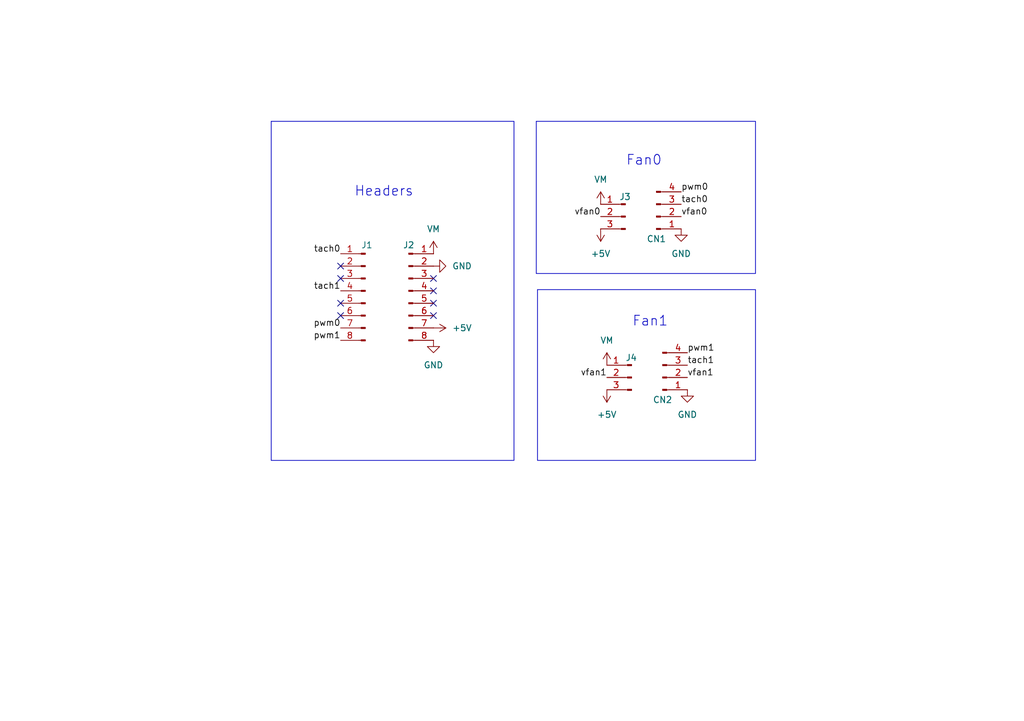
<source format=kicad_sch>
(kicad_sch (version 20231120) (generator "eeschema") (generator_version "8.0")
  (paper "A5")
  (title_block (title "TMtua") (date "2024-08-22") (rev "0.1"))
  (lib_symbols
    (symbol "Connector:Conn_01x03_Pin" (pin_names (offset 1.016) hide)
      (property "Reference" "J" (at 0 5.08 0))
      (property "Value" "Conn_01x03_Pin" (at 0 -5.08 0))
      (symbol "Conn_01x03_Pin_1_1"
        (polyline (pts (xy 1.27 -2.54) (xy 0.8636 -2.54)) (stroke (width 0.1524)))
        (polyline (pts (xy 1.27 0) (xy 0.8636 0)) (stroke (width 0.1524)))
        (polyline (pts (xy 1.27 2.54) (xy 0.8636 2.54)) (stroke (width 0.1524)))
        (rectangle (start 0.8636 -2.413) (end 0 -2.667) (stroke (width 0.1524)) (fill (type outline)))
        (rectangle (start 0.8636 0.127) (end 0 -0.127) (stroke (width 0.1524)) (fill (type outline)))
        (rectangle (start 0.8636 2.667) (end 0 2.413) (stroke (width 0.1524)) (fill (type outline)))
        (pin passive line (at 5.08 2.54 180) (length 3.81) (name "Pin_1") (number "1"))
        (pin passive line (at 5.08 0 180) (length 3.81) (name "Pin_2") (number "2"))
        (pin passive line (at 5.08 -2.54 180) (length 3.81) (name "Pin_3") (number "3"))
      )
    )
    (symbol "Connector:Conn_01x04_Pin" (pin_names (offset 1.016) hide)
      (property "Reference" "J" (at 0 5.08 0))
      (property "Value" "Conn_01x04_Pin" (at 0 -7.62 0))
      (symbol "Conn_01x04_Pin_1_1"
        (polyline (pts (xy 1.27 -5.08) (xy 0.8636 -5.08)) (stroke (width 0.1524)))
        (polyline (pts (xy 1.27 -2.54) (xy 0.8636 -2.54)) (stroke (width 0.1524)))
        (polyline (pts (xy 1.27 0) (xy 0.8636 0)) (stroke (width 0.1524)))
        (polyline (pts (xy 1.27 2.54) (xy 0.8636 2.54)) (stroke (width 0.1524)))
        (rectangle (start 0.8636 -4.953) (end 0 -5.207) (stroke (width 0.1524)) (fill (type outline)))
        (rectangle (start 0.8636 -2.413) (end 0 -2.667) (stroke (width 0.1524)) (fill (type outline)))
        (rectangle (start 0.8636 0.127) (end 0 -0.127) (stroke (width 0.1524)) (fill (type outline)))
        (rectangle (start 0.8636 2.667) (end 0 2.413) (stroke (width 0.1524)) (fill (type outline)))
        (pin passive line (at 5.08 2.54 180) (length 3.81) (name "Pin_1") (number "1"))
        (pin passive line (at 5.08 0 180) (length 3.81) (name "Pin_2") (number "2"))
        (pin passive line (at 5.08 -2.54 180) (length 3.81) (name "Pin_3") (number "3"))
        (pin passive line (at 5.08 -5.08 180) (length 3.81) (name "Pin_4") (number "4"))
      )
    )
    (symbol "Connector:Conn_01x08_Pin" (pin_names (offset 1.016) hide)
      (property "Reference" "J" (at 0 10.16 0))
      (property "Value" "Conn_01x08_Pin" (at 0 -12.7 0))
      (symbol "Conn_01x08_Pin_1_1"
        (polyline (pts (xy 1.27 -10.16) (xy 0.8636 -10.16)) (stroke (width 0.1524)))
        (polyline (pts (xy 1.27 -7.62) (xy 0.8636 -7.62)) (stroke (width 0.1524)))
        (polyline (pts (xy 1.27 -5.08) (xy 0.8636 -5.08)) (stroke (width 0.1524)))
        (polyline (pts (xy 1.27 -2.54) (xy 0.8636 -2.54)) (stroke (width 0.1524)))
        (polyline (pts (xy 1.27 0) (xy 0.8636 0)) (stroke (width 0.1524)))
        (polyline (pts (xy 1.27 2.54) (xy 0.8636 2.54)) (stroke (width 0.1524)))
        (polyline (pts (xy 1.27 5.08) (xy 0.8636 5.08)) (stroke (width 0.1524)))
        (polyline (pts (xy 1.27 7.62) (xy 0.8636 7.62)) (stroke (width 0.1524)))
        (rectangle (start 0.8636 -10.033) (end 0 -10.287) (stroke (width 0.1524)) (fill (type outline)))
        (rectangle (start 0.8636 -7.493) (end 0 -7.747) (stroke (width 0.1524)) (fill (type outline)))
        (rectangle (start 0.8636 -4.953) (end 0 -5.207) (stroke (width 0.1524)) (fill (type outline)))
        (rectangle (start 0.8636 -2.413) (end 0 -2.667) (stroke (width 0.1524)) (fill (type outline)))
        (rectangle (start 0.8636 0.127) (end 0 -0.127) (stroke (width 0.1524)) (fill (type outline)))
        (rectangle (start 0.8636 2.667) (end 0 2.413) (stroke (width 0.1524)) (fill (type outline)))
        (rectangle (start 0.8636 5.207) (end 0 4.953) (stroke (width 0.1524)) (fill (type outline)))
        (rectangle (start 0.8636 7.747) (end 0 7.493) (stroke (width 0.1524)) (fill (type outline)))
        (pin passive line (at 5.08 7.62 180) (length 3.81) (name "Pin_1") (number "1"))
        (pin passive line (at 5.08 5.08 180) (length 3.81) (name "Pin_2") (number "2"))
        (pin passive line (at 5.08 2.54 180) (length 3.81) (name "Pin_3") (number "3"))
        (pin passive line (at 5.08 0 180) (length 3.81) (name "Pin_4") (number "4"))
        (pin passive line (at 5.08 -2.54 180) (length 3.81) (name "Pin_5") (number "5"))
        (pin passive line (at 5.08 -5.08 180) (length 3.81) (name "Pin_6") (number "6"))
        (pin passive line (at 5.08 -7.62 180) (length 3.81) (name "Pin_7") (number "7"))
        (pin passive line (at 5.08 -10.16 180) (length 3.81) (name "Pin_8") (number "8"))
      )
    )
    (symbol "power:+5V" (power) (pin_numbers hide) (pin_names (offset 0) hide)
      (property "Value" "+5V" (at 0 3.556 0))
      (symbol "+5V_0_1"
        (polyline (pts (xy -0.762 1.27) (xy 0 2.54)))
        (polyline (pts (xy 0 0) (xy 0 2.54)))
        (polyline (pts (xy 0 2.54) (xy 0.762 1.27)))
      )
      (symbol "+5V_1_1"
        (pin power_in line (at 0 0 90) (length 0) (name "~") (number "1"))
      )
    )
    (symbol "power:GND" (power) (pin_numbers hide) (pin_names (offset 0) hide)
      (property "Value" "GND" (at 0 -3.81 0))
      (symbol "GND_0_1"
        (polyline (pts (xy 0 0) (xy 0 -1.27) (xy 1.27 -1.27) (xy 0 -2.54) (xy -1.27 -1.27) (xy 0 -1.27)))
      )
      (symbol "GND_1_1"
        (pin power_in line (at 0 0 270) (length 0) (name "~") (number "1"))
      )
    )
    (symbol "power:Vdrive" (power) (pin_numbers hide) (pin_names (offset 0) hide)
      (property "Value" "Vdrive" (at 0 3.556 0))
      (symbol "Vdrive_0_1"
        (polyline (pts (xy -0.762 1.27) (xy 0 2.54)))
        (polyline (pts (xy 0 0) (xy 0 2.54)))
        (polyline (pts (xy 0 2.54) (xy 0.762 1.27)))
      )
      (symbol "Vdrive_1_1"
        (pin power_in line (at 0 0 90) (length 0) (name "~") (number "1"))
      )
    )
  )
  (no_connect (at 69.85 64.77))
  (no_connect (at 69.85 62.23))
  (no_connect (at 69.85 57.15))
  (no_connect (at 88.9 64.77))
  (no_connect (at 88.9 62.23))
  (no_connect (at 88.9 57.15))
  (no_connect (at 88.9 59.69))
  (no_connect (at 69.85 54.61))
  (rectangle (start 55.626 24.892) (end 105.41 94.488))
  (rectangle (start 110.236 59.436) (end 154.94 94.488))
  (rectangle (start 109.982 24.892) (end 154.94 56.134))
  (text "Fan1" (at 133.35 66.04 0) (effects (font (size 2 2))))
  (text "Fan0" (at 132.08 33.02 0) (effects (font (size 2 2))))
  (text "Headers" (at 78.74 39.37 0) (effects (font (size 2 2))))
  (label "vfan1" (at 124.46 77.47 180))
  (label "pwm0" (at 69.85 67.31 180))
  (label "tach0" (at 139.7 41.91 0))
  (label "pwm1" (at 69.85 69.85 180))
  (label "tach0" (at 69.85 52.07 180))
  (label "vfan0" (at 139.7 44.45 0))
  (label "vfan1" (at 140.97 77.47 0))
  (label "pwm1" (at 140.97 72.39 0))
  (label "vfan0" (at 123.19 44.45 180))
  (label "tach1" (at 140.97 74.93 0))
  (label "pwm0" (at 139.7 39.37 0))
  (label "tach1" (at 69.85 59.69 180))
  (symbol (lib_id "Connector:Conn_01x03_Pin") (at 129.54 77.47 0) (mirror y) (unit 1)
    (property "Reference" "J4" (at 128.27 73.406 0) (effects (justify right)))
    (property "Value" "PZ200V-11-03P" (effects (hide yes)))
    (property "Footprint" "Connector_PinHeader_2.00mm:PinHeader_1x03_P2.00mm_Vertical" (effects (hide yes)))
    (property "Description" "Generic connector, single row, 01x03, script generated" (effects (hide yes)))
  )
  (symbol (lib_id "power:+5V") (at 124.46 80.01 180) (unit 1)
    (property "Reference" "#PWR09" (effects (hide yes)))
    (property "Value" "+5V" (at 124.46 85.09 0))
    (property "Description" "Power symbol creates a global label with name \"+5V\"" (effects (hide yes)))
  )
  (symbol (lib_id "power:GND") (at 88.9 69.85 0) (unit 1)
    (property "Reference" "#PWR04" (effects (hide yes)))
    (property "Value" "GND" (at 88.9 74.93 0))
    (property "Description" "Power symbol creates a global label with name \"GND\" , ground" (effects (hide yes)))
  )
  (symbol (lib_id "Connector:Conn_01x03_Pin") (at 128.27 44.45 0) (mirror y) (unit 1)
    (property "Reference" "J3" (at 127 40.386 0) (effects (justify right)))
    (property "Value" "PZ200V-11-03P" (effects (hide yes)))
    (property "Footprint" "Connector_PinHeader_2.00mm:PinHeader_1x03_P2.00mm_Vertical" (effects (hide yes)))
    (property "Description" "Generic connector, single row, 01x03, script generated" (effects (hide yes)))
  )
  (symbol (lib_id "power:Vdrive") (at 123.19 41.91 0) (unit 1)
    (property "Reference" "#PWR05" (effects (hide yes)))
    (property "Value" "VM" (at 123.19 36.83 0))
    (property "Description" "Power symbol creates a global label with name \"Vdrive\"" (effects (hide yes)))
  )
  (symbol (lib_id "power:GND") (at 88.9 54.61 90) (unit 1)
    (property "Reference" "#PWR02" (effects (hide yes)))
    (property "Value" "GND" (at 92.71 54.6099 90) (effects (justify right)))
    (property "Description" "Power symbol creates a global label with name \"GND\" , ground" (effects (hide yes)))
  )
  (symbol (lib_id "power:Vdrive") (at 88.9 52.07 0) (unit 1)
    (property "Reference" "#PWR01" (effects (hide yes)))
    (property "Value" "VM" (at 88.9 46.99 0))
    (property "Description" "Power symbol creates a global label with name \"Vdrive\"" (effects (hide yes)))
  )
  (symbol (lib_id "Connector:Conn_01x04_Pin") (at 134.62 44.45 0) (mirror x) (unit 1)
    (property "Reference" "CN1" (at 134.62 49.022 0))
    (property "Value" "HF1004E" (effects (hide yes)))
    (property "Footprint" "Connector:FanPinHeader_1x04_P2.54mm_Vertical" (effects (hide yes)))
    (property "Description" "Generic connector, single row, 01x04, script generated" (effects (hide yes)))
  )
  (symbol (lib_id "power:+5V") (at 123.19 46.99 180) (unit 1)
    (property "Reference" "#PWR06" (effects (hide yes)))
    (property "Value" "+5V" (at 123.19 52.07 0))
    (property "Description" "Power symbol creates a global label with name \"+5V\"" (effects (hide yes)))
  )
  (symbol (lib_id "power:+5V") (at 88.9 67.31 270) (unit 1)
    (property "Reference" "#PWR03" (effects (hide yes)))
    (property "Value" "+5V" (at 92.71 67.3099 90) (effects (justify left)))
    (property "Description" "Power symbol creates a global label with name \"+5V\"" (effects (hide yes)))
  )
  (symbol (lib_id "Connector:Conn_01x08_Pin") (at 74.93 59.69 0) (mirror y) (unit 1)
    (property "Reference" "J1" (at 76.454 50.292 0) (effects (justify left)))
    (property "Value" "B-2100S08P-A110" (effects (hide yes)))
    (property "Footprint" "Connector_PinHeader_2.54mm:PinHeader_1x08_P2.54mm_Vertical" (effects (hide yes)))
    (property "Description" "Generic connector, single row, 01x08, script generated" (effects (hide yes)))
  )
  (symbol (lib_id "Connector:Conn_01x04_Pin") (at 135.89 77.47 0) (mirror x) (unit 1)
    (property "Reference" "CN2" (at 135.89 82.042 0))
    (property "Value" "HF1004E" (effects (hide yes)))
    (property "Footprint" "Connector:FanPinHeader_1x04_P2.54mm_Vertical" (effects (hide yes)))
    (property "Description" "Generic connector, single row, 01x04, script generated" (effects (hide yes)))
  )
  (symbol (lib_id "power:GND") (at 139.7 46.99 0) (unit 1)
    (property "Reference" "#PWR07" (effects (hide yes)))
    (property "Value" "GND" (at 139.7 52.07 0))
    (property "Description" "Power symbol creates a global label with name \"GND\" , ground" (effects (hide yes)))
  )
  (symbol (lib_id "Connector:Conn_01x08_Pin") (at 83.82 59.69 0) (unit 1)
    (property "Reference" "J2" (at 83.82 50.292 0))
    (property "Value" "B-2100S08P-A110" (effects (hide yes)))
    (property "Footprint" "Connector_PinHeader_2.54mm:PinHeader_1x08_P2.54mm_Vertical" (effects (hide yes)))
    (property "Description" "Generic connector, single row, 01x08, script generated" (effects (hide yes)))
  )
  (symbol (lib_id "power:GND") (at 140.97 80.01 0) (unit 1)
    (property "Reference" "#PWR010" (effects (hide yes)))
    (property "Value" "GND" (at 140.97 85.09 0))
    (property "Description" "Power symbol creates a global label with name \"GND\" , ground" (effects (hide yes)))
  )
  (symbol (lib_id "power:Vdrive") (at 124.46 74.93 0) (unit 1)
    (property "Reference" "#PWR08" (effects (hide yes)))
    (property "Value" "VM" (at 124.46 69.85 0))
    (property "Description" "Power symbol creates a global label with name \"Vdrive\"" (effects (hide yes)))
  )
)
</source>
